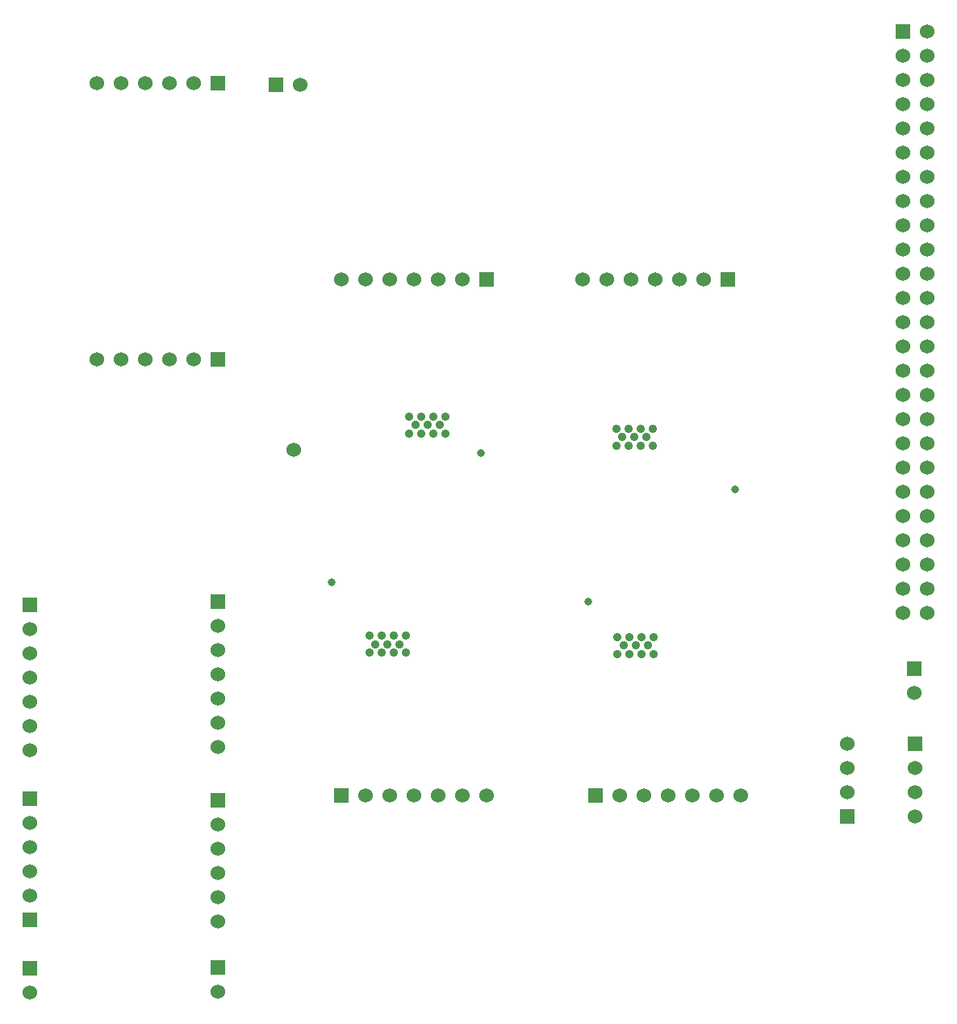
<source format=gbs>
G04 (created by PCBNEW (2013-05-18 BZR 4017)-stable) date Wed 25 Mar 2015 17:38:18 GMT*
%MOIN*%
G04 Gerber Fmt 3.4, Leading zero omitted, Abs format*
%FSLAX34Y34*%
G01*
G70*
G90*
G04 APERTURE LIST*
%ADD10C,0.00590551*%
%ADD11C,0.0315*%
%ADD12C,0.06*%
%ADD13R,0.06X0.06*%
%ADD14C,0.0354*%
G04 APERTURE END LIST*
G54D10*
G54D11*
X51450Y-37050D03*
X45300Y-42400D03*
G54D12*
X43708Y-36904D03*
G54D13*
X40600Y-43200D03*
G54D12*
X40600Y-44200D03*
X40600Y-45200D03*
X40600Y-46200D03*
X40600Y-47200D03*
X40600Y-48200D03*
X40600Y-49200D03*
G54D13*
X32829Y-43313D03*
G54D12*
X32829Y-44313D03*
X32829Y-45313D03*
X32829Y-46313D03*
X32829Y-47313D03*
X32829Y-48313D03*
X32829Y-49313D03*
G54D13*
X45700Y-51181D03*
G54D12*
X46700Y-51181D03*
X47700Y-51181D03*
X48700Y-51181D03*
X49700Y-51181D03*
X50700Y-51181D03*
X51700Y-51181D03*
G54D13*
X51700Y-29900D03*
G54D12*
X50700Y-29900D03*
X49700Y-29900D03*
X48700Y-29900D03*
X47700Y-29900D03*
X46700Y-29900D03*
X45700Y-29900D03*
G54D13*
X40600Y-21800D03*
G54D12*
X39600Y-21800D03*
X38600Y-21800D03*
X37600Y-21800D03*
X36600Y-21800D03*
X35600Y-21800D03*
G54D13*
X66600Y-52050D03*
G54D12*
X66600Y-51050D03*
X66600Y-50050D03*
X66600Y-49050D03*
G54D13*
X69400Y-49050D03*
G54D12*
X69400Y-50050D03*
X69400Y-51050D03*
X69400Y-52050D03*
G54D13*
X32829Y-58313D03*
G54D12*
X32829Y-59313D03*
G54D13*
X69350Y-45950D03*
G54D12*
X69350Y-46950D03*
G54D13*
X68874Y-19639D03*
G54D12*
X69874Y-19639D03*
X68874Y-24639D03*
X69874Y-20639D03*
X68874Y-25639D03*
X69874Y-21639D03*
X68874Y-26639D03*
X69874Y-22639D03*
X68874Y-27639D03*
X69874Y-23639D03*
X68874Y-28639D03*
X69874Y-24639D03*
X68874Y-29639D03*
X69874Y-25639D03*
X68874Y-30639D03*
X69874Y-26639D03*
X68874Y-31639D03*
X69874Y-27639D03*
X68874Y-32639D03*
X69874Y-28639D03*
X68874Y-33639D03*
X69874Y-29639D03*
X68874Y-34639D03*
X69874Y-30639D03*
X69874Y-31639D03*
X68874Y-35639D03*
X69874Y-32639D03*
X69874Y-34639D03*
X69874Y-35639D03*
X69874Y-36639D03*
X69874Y-37639D03*
X68874Y-36639D03*
X68874Y-37639D03*
X68874Y-20639D03*
X68874Y-21639D03*
X68874Y-22639D03*
X68874Y-23639D03*
X68874Y-38639D03*
X69874Y-38639D03*
X69874Y-33639D03*
X68874Y-39639D03*
X69874Y-39639D03*
X68874Y-40639D03*
X69874Y-40639D03*
X68874Y-41639D03*
X69874Y-41639D03*
X68874Y-42639D03*
X69874Y-42639D03*
X68874Y-43639D03*
X69874Y-43639D03*
G54D13*
X32829Y-51313D03*
G54D12*
X32829Y-52313D03*
X32829Y-53313D03*
X32829Y-54313D03*
G54D13*
X32829Y-56313D03*
G54D12*
X32829Y-55313D03*
G54D13*
X40600Y-33200D03*
G54D12*
X39600Y-33200D03*
X38600Y-33200D03*
X37600Y-33200D03*
X36600Y-33200D03*
X35600Y-33200D03*
G54D13*
X40600Y-51400D03*
G54D12*
X40600Y-52400D03*
X40600Y-53400D03*
X40600Y-54400D03*
X40600Y-55400D03*
X40600Y-56400D03*
G54D13*
X40600Y-58300D03*
G54D12*
X40600Y-59300D03*
G54D14*
X48500Y-35550D03*
X49000Y-35550D03*
X49500Y-35550D03*
X50000Y-35550D03*
X48750Y-35900D03*
X49250Y-35900D03*
X49750Y-35900D03*
X48500Y-36250D03*
X49000Y-36250D03*
X49500Y-36250D03*
X50000Y-36250D03*
X48350Y-45300D03*
X47850Y-45300D03*
X47350Y-45300D03*
X46850Y-45300D03*
X48100Y-44950D03*
X47600Y-44950D03*
X47100Y-44950D03*
X48350Y-44600D03*
X47850Y-44600D03*
X47350Y-44600D03*
X46850Y-44600D03*
G54D11*
X55900Y-43200D03*
X61950Y-38550D03*
G54D14*
X58600Y-45350D03*
X58100Y-45350D03*
X57600Y-45350D03*
X57100Y-45350D03*
X58350Y-45000D03*
X57850Y-45000D03*
X57350Y-45000D03*
X58600Y-44650D03*
X58100Y-44650D03*
X57600Y-44650D03*
X57100Y-44650D03*
X57050Y-36050D03*
X57550Y-36050D03*
X58050Y-36050D03*
X58550Y-36050D03*
X57300Y-36400D03*
X57800Y-36400D03*
X58300Y-36400D03*
X57050Y-36750D03*
X57550Y-36750D03*
X58050Y-36750D03*
X58550Y-36750D03*
G54D13*
X61650Y-29900D03*
G54D12*
X60650Y-29900D03*
X59650Y-29900D03*
X58650Y-29900D03*
X57650Y-29900D03*
X56650Y-29900D03*
X55650Y-29900D03*
G54D13*
X56200Y-51181D03*
G54D12*
X57200Y-51181D03*
X58200Y-51181D03*
X59200Y-51181D03*
X60200Y-51181D03*
X61200Y-51181D03*
X62200Y-51181D03*
G54D13*
X43000Y-21850D03*
G54D12*
X44000Y-21850D03*
M02*

</source>
